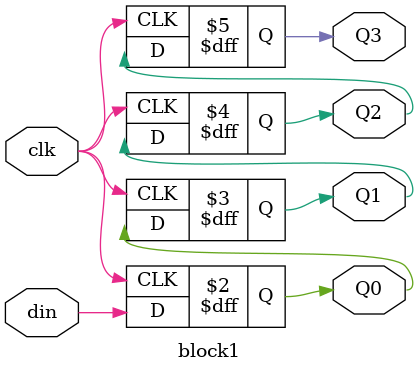
<source format=v>
module block1(Q0,Q1,Q2,Q3,din,clk);
output Q0,Q1,Q2,Q3;
input clk,din;
reg Q0,Q1,Q2,Q3;

always @(posedge clk)
    	begin
    	Q3=Q2;
	Q2=Q1;
	Q1=Q0;
	Q0=din;
   	end
endmodule

</source>
